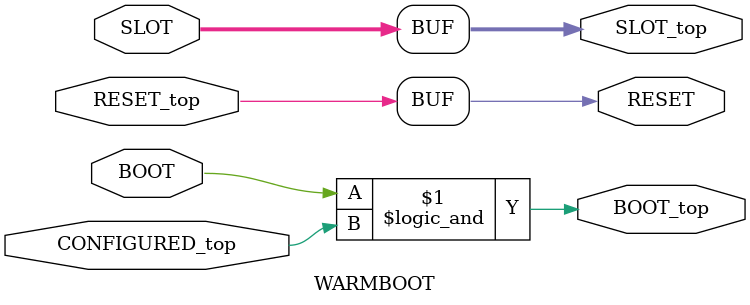
<source format=v>


module WARMBOOT #(
    parameter NoConfigBits = 0,
    parameter SLOT_BITS = 4
)(
	// ConfigBits has to be adjusted manually (we don't use an arithmetic parser for the value)

	// User design
    input  [(SLOT_BITS - 1) : 0] SLOT,
    input                        BOOT,
    output                       RESET,

    // Top
    (* FABulous, EXTERNAL *) output [(SLOT_BITS - 1) : 0] SLOT_top,
    (* FABulous, EXTERNAL *) output                       BOOT_top,
    (* FABulous, EXTERNAL *) input                        RESET_top,
    
    (* FABulous, EXTERNAL *) input                        CONFIGURED_top

    //	(* FABulous, GLOBAL *) input [NoConfigBits-1:0] ConfigBits
);

	assign SLOT_top = SLOT;
	// Only trigger boot if the fabric is configured
	assign BOOT_top = BOOT && CONFIGURED_top;
	assign RESET = RESET_top;

endmodule

</source>
